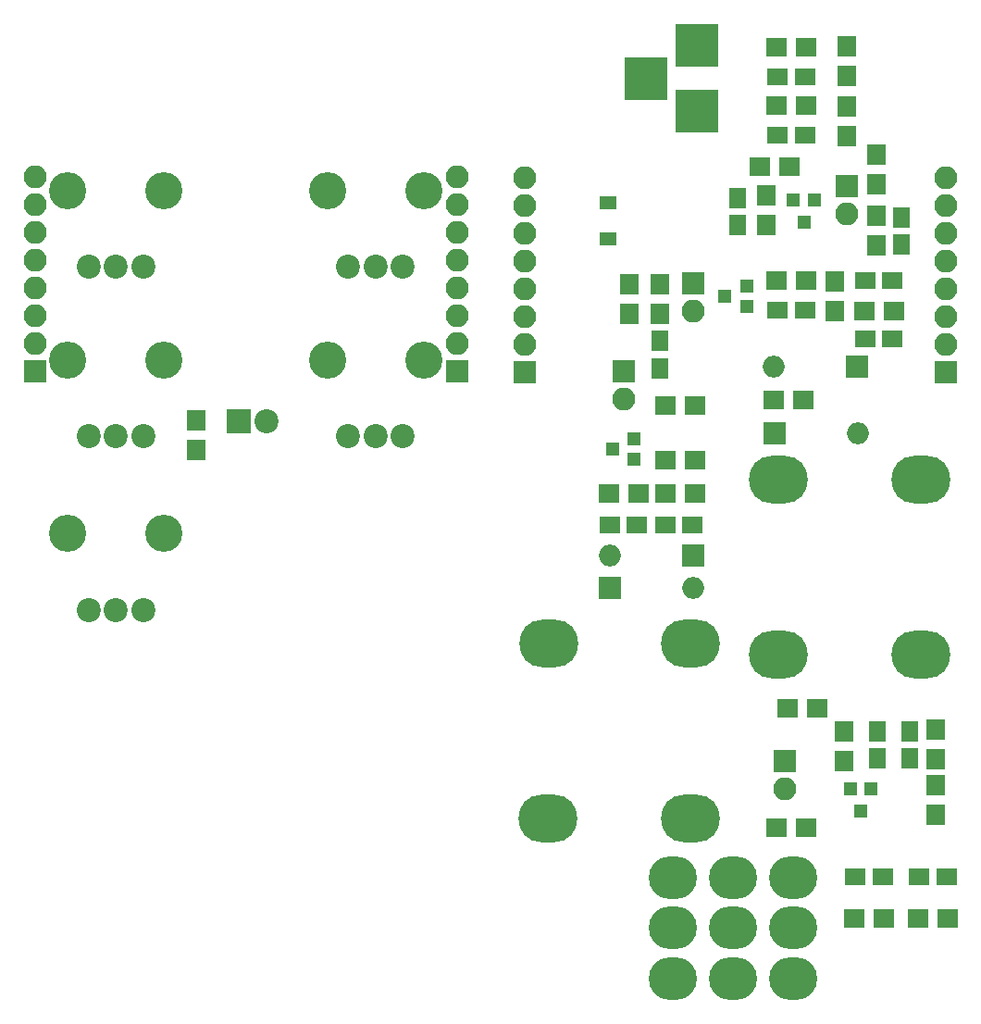
<source format=gbr>
G04 #@! TF.FileFunction,Soldermask,Top*
%FSLAX46Y46*%
G04 Gerber Fmt 4.6, Leading zero omitted, Abs format (unit mm)*
G04 Created by KiCad (PCBNEW 4.0.7) date 03/22/18 23:55:52*
%MOMM*%
%LPD*%
G01*
G04 APERTURE LIST*
%ADD10C,0.100000*%
%ADD11C,2.200000*%
%ADD12C,3.400000*%
%ADD13O,5.400000X4.400000*%
%ADD14O,4.400000X3.900000*%
%ADD15R,2.100000X2.100000*%
%ADD16O,2.100000X2.100000*%
%ADD17R,1.900000X1.650000*%
%ADD18R,1.650000X1.900000*%
%ADD19R,1.600000X1.300000*%
%ADD20R,2.200000X2.200000*%
%ADD21R,1.200000X1.300000*%
%ADD22R,1.300000X1.200000*%
%ADD23R,1.900000X1.700000*%
%ADD24R,1.700000X1.900000*%
%ADD25R,2.000000X2.000000*%
%ADD26O,2.000000X2.000000*%
%ADD27R,3.900000X3.900000*%
G04 APERTURE END LIST*
D10*
D11*
X45546000Y-159639000D03*
X48046000Y-159639000D03*
X50546000Y-159639000D03*
D12*
X43646000Y-152639000D03*
X52446000Y-152639000D03*
D13*
X108689000Y-163702000D03*
X108689000Y-147702000D03*
X121689000Y-147702000D03*
X121666000Y-163702000D03*
D14*
X110021000Y-193322000D03*
X104521000Y-193322000D03*
X99021000Y-193322000D03*
X110021000Y-188722000D03*
X104521000Y-188722000D03*
X99021000Y-188722000D03*
X110021000Y-184122000D03*
X104521000Y-184122000D03*
X99021000Y-184122000D03*
D11*
X69295000Y-143764000D03*
X71795000Y-143764000D03*
X74295000Y-143764000D03*
D12*
X67395000Y-136764000D03*
X76195000Y-136764000D03*
D11*
X69295000Y-128270000D03*
X71795000Y-128270000D03*
X74295000Y-128270000D03*
D12*
X67395000Y-121270000D03*
X76195000Y-121270000D03*
D15*
X40640000Y-137795000D03*
D16*
X40640000Y-135255000D03*
X40640000Y-132715000D03*
X40640000Y-130175000D03*
X40640000Y-127635000D03*
X40640000Y-125095000D03*
X40640000Y-122555000D03*
X40640000Y-120015000D03*
D15*
X123952000Y-137922000D03*
D16*
X123952000Y-135382000D03*
X123952000Y-132842000D03*
X123952000Y-130302000D03*
X123952000Y-127762000D03*
X123952000Y-125222000D03*
X123952000Y-122682000D03*
X123952000Y-120142000D03*
D15*
X85471000Y-137922000D03*
D16*
X85471000Y-135382000D03*
X85471000Y-132842000D03*
X85471000Y-130302000D03*
X85471000Y-127762000D03*
X85471000Y-125222000D03*
X85471000Y-122682000D03*
X85471000Y-120142000D03*
D13*
X100607000Y-162688000D03*
X100607000Y-178688000D03*
X87607000Y-178688000D03*
X87630000Y-162688000D03*
D17*
X118217000Y-184023000D03*
X115717000Y-184023000D03*
X124059000Y-184023000D03*
X121559000Y-184023000D03*
D18*
X117729000Y-170708000D03*
X117729000Y-173208000D03*
X120650000Y-170708000D03*
X120650000Y-173208000D03*
D17*
X116606000Y-129540000D03*
X119106000Y-129540000D03*
X119106000Y-134874000D03*
X116606000Y-134874000D03*
X111105000Y-132207000D03*
X108605000Y-132207000D03*
D18*
X97790000Y-135021000D03*
X97790000Y-137521000D03*
D17*
X100818000Y-151892000D03*
X98318000Y-151892000D03*
X93238000Y-151892000D03*
X95738000Y-151892000D03*
X108605000Y-110871000D03*
X111105000Y-110871000D03*
X111105000Y-116205000D03*
X108605000Y-116205000D03*
D18*
X119888000Y-123718000D03*
X119888000Y-126218000D03*
X104902000Y-121940000D03*
X104902000Y-124440000D03*
D19*
X93091000Y-125729000D03*
X93091000Y-122429000D03*
D20*
X59309000Y-142367000D03*
D11*
X61849000Y-142367000D03*
X45546000Y-143764000D03*
X48046000Y-143764000D03*
X50546000Y-143764000D03*
D12*
X43646000Y-136764000D03*
X52446000Y-136764000D03*
D15*
X79248000Y-137795000D03*
D16*
X79248000Y-135255000D03*
X79248000Y-132715000D03*
X79248000Y-130175000D03*
X79248000Y-127635000D03*
X79248000Y-125095000D03*
X79248000Y-122555000D03*
X79248000Y-120015000D03*
D11*
X45546000Y-128270000D03*
X48046000Y-128270000D03*
X50546000Y-128270000D03*
D12*
X43646000Y-121270000D03*
X52446000Y-121270000D03*
D21*
X117155000Y-176038000D03*
X115255000Y-176038000D03*
X116205000Y-178038000D03*
D22*
X105775000Y-131887000D03*
X105775000Y-129987000D03*
X103775000Y-130937000D03*
X95488000Y-145857000D03*
X95488000Y-143957000D03*
X93488000Y-144907000D03*
D21*
X111948000Y-122190000D03*
X110048000Y-122190000D03*
X110998000Y-124190000D03*
D23*
X118317000Y-187833000D03*
X115617000Y-187833000D03*
X124159000Y-187833000D03*
X121459000Y-187833000D03*
D24*
X123063000Y-170608000D03*
X123063000Y-173308000D03*
X123063000Y-178388000D03*
X123063000Y-175688000D03*
D23*
X111205000Y-179578000D03*
X108505000Y-179578000D03*
D24*
X114681000Y-170735000D03*
X114681000Y-173435000D03*
D23*
X112221000Y-168656000D03*
X109521000Y-168656000D03*
X119206000Y-132334000D03*
X116506000Y-132334000D03*
D24*
X113792000Y-132287000D03*
X113792000Y-129587000D03*
D23*
X108251000Y-140462000D03*
X110951000Y-140462000D03*
D24*
X97790000Y-129841000D03*
X97790000Y-132541000D03*
D23*
X108505000Y-129540000D03*
X111205000Y-129540000D03*
X101045000Y-148971000D03*
X98345000Y-148971000D03*
X98345000Y-145923000D03*
X101045000Y-145923000D03*
X93138000Y-148971000D03*
X95838000Y-148971000D03*
D24*
X94996000Y-129841000D03*
X94996000Y-132541000D03*
D23*
X98345000Y-140970000D03*
X101045000Y-140970000D03*
X108505000Y-108204000D03*
X111205000Y-108204000D03*
X111205000Y-113538000D03*
X108505000Y-113538000D03*
D24*
X114935000Y-113585000D03*
X114935000Y-116285000D03*
X114935000Y-110824000D03*
X114935000Y-108124000D03*
X117602000Y-126318000D03*
X117602000Y-123618000D03*
X117602000Y-120730000D03*
X117602000Y-118030000D03*
X107569000Y-124413000D03*
X107569000Y-121713000D03*
D23*
X109681000Y-119126000D03*
X106981000Y-119126000D03*
D24*
X55372000Y-142287000D03*
X55372000Y-144987000D03*
D15*
X109220000Y-173482000D03*
D16*
X109220000Y-176022000D03*
D15*
X100838000Y-129794000D03*
D16*
X100838000Y-132334000D03*
D15*
X94488000Y-137795000D03*
D16*
X94488000Y-140335000D03*
D15*
X114935000Y-120904000D03*
D16*
X114935000Y-123444000D03*
D25*
X108331000Y-143510000D03*
D26*
X115951000Y-143510000D03*
D25*
X115824000Y-137414000D03*
D26*
X108204000Y-137414000D03*
D25*
X93218000Y-157607000D03*
D26*
X100838000Y-157607000D03*
D25*
X100838000Y-154686000D03*
D26*
X93218000Y-154686000D03*
D27*
X101219000Y-114046000D03*
X101219000Y-108046000D03*
X96519000Y-111046000D03*
M02*

</source>
